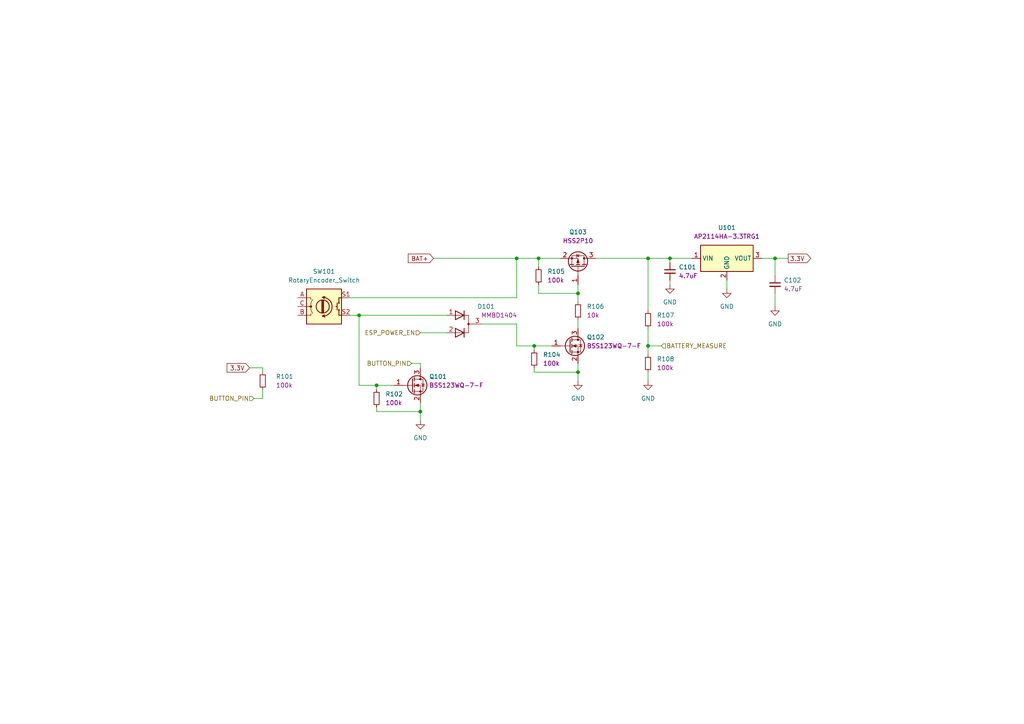
<source format=kicad_sch>
(kicad_sch (version 20211123) (generator eeschema)
  (paper "A4")
  (lib_symbols
    (symbol ".gouach-lib:C_0805_4.7uF_16V_X7R_10%" (pin_numbers hide)
      (property "Reference" "C?" (at 1.905 0 0))
      (property "DisplayValue" "4.7uF" (at 1.905 1.905 0))
      (symbol "C_0805_4.7uF_16V_X7R_10%_0_1"
        (polyline (pts (xy -1.524 -0.508) (xy 1.524 -0.508)) (stroke (width 0.3302)))
        (polyline (pts (xy -1.524 0.508) (xy 1.524 0.508)) (stroke (width 0.3048)))
      )
      (symbol "C_0805_4.7uF_16V_X7R_10%_1_1"
        (pin passive line (at 0 2.54 270) (length 2.032) (name "~") (number "1"))
        (pin passive line (at 0 -2.54 90) (length 2.032) (name "~") (number "2"))
      )
    )
    (symbol ".gouach-lib:D_MMBD1404" (pin_names hide)
      (property "Reference" "D?" (at 0 5.08 0))
      (property "DisplayValue" "MMBD1404" (at 0 -5.08 0))
      (symbol "D_MMBD1404_0_0"
        (polyline (pts (xy -1.27 -1.27) (xy -1.27 -3.81)) (stroke (width 0.254)))
        (polyline (pts (xy -1.27 1.27) (xy -1.27 3.81)) (stroke (width 0.254)))
      )
      (symbol "D_MMBD1404_0_1"
        (polyline (pts (xy 0 0) (xy 1.27 0)))
        (polyline (pts (xy -3.81 -2.54) (xy 0 -2.54) (xy 0 2.54) (xy -3.81 2.54)))
        (polyline (pts (xy -3.81 -1.27) (xy -1.27 -2.54) (xy -3.81 -3.81) (xy -3.81 -1.27) (xy -3.81 -1.27) (xy -3.81 -1.27)) (stroke (width 0.254)))
        (polyline (pts (xy -3.81 3.81) (xy -1.27 2.54) (xy -3.81 1.27) (xy -3.81 3.81) (xy -3.81 3.81) (xy -3.81 3.81)) (stroke (width 0.254)))
        (circle (center 0 0) (radius 0.254) (fill (type outline)))
        (pin passive line (at -6.35 2.54 0) (length 2.54) (name "A1") (number "1"))
        (pin passive line (at -6.35 -2.54 0) (length 2.54) (name "A2") (number "2"))
        (pin passive line (at 3.81 0 180) (length 2.54) (name "K") (number "3"))
      )
    )
    (symbol ".gouach-lib:Q_BSS123WQ-7-F" (pin_names hide)
      (property "Reference" "Q?" (at 5.08 1.905 0))
      (property "DisplayValue" "BSS123WQ-7-F" (at 5.08 0 0))
      (symbol "Q_BSS123WQ-7-F_0_1"
        (polyline (pts (xy 0.254 0) (xy -2.54 0)))
        (polyline (pts (xy 0.254 1.905) (xy 0.254 -1.905)) (stroke (width 0.254)))
        (polyline (pts (xy 0.762 -1.27) (xy 0.762 -2.286)) (stroke (width 0.254)))
        (polyline (pts (xy 0.762 0.508) (xy 0.762 -0.508)) (stroke (width 0.254)))
        (polyline (pts (xy 0.762 2.286) (xy 0.762 1.27)) (stroke (width 0.254)))
        (polyline (pts (xy 2.54 2.54) (xy 2.54 1.778)))
        (polyline (pts (xy 2.54 -2.54) (xy 2.54 0) (xy 0.762 0)))
        (polyline (pts (xy 0.762 -1.778) (xy 3.302 -1.778) (xy 3.302 1.778) (xy 0.762 1.778)))
        (polyline (pts (xy 1.016 0) (xy 2.032 0.381) (xy 2.032 -0.381) (xy 1.016 0)) (fill (type outline)))
        (polyline (pts (xy 2.794 0.508) (xy 2.921 0.381) (xy 3.683 0.381) (xy 3.81 0.254)))
        (polyline (pts (xy 3.302 0.381) (xy 2.921 -0.254) (xy 3.683 -0.254) (xy 3.302 0.381)))
        (circle (center 1.651 0) (radius 2.794) (stroke (width 0.254)))
        (circle (center 2.54 -1.778) (radius 0.254) (fill (type outline)))
        (circle (center 2.54 1.778) (radius 0.254) (fill (type outline)))
      )
      (symbol "Q_BSS123WQ-7-F_1_1"
        (pin input line (at -5.08 0 0) (length 2.54) (name "G") (number "1"))
        (pin passive line (at 2.54 -5.08 90) (length 2.54) (name "S") (number "2"))
        (pin passive line (at 2.54 5.08 270) (length 2.54) (name "D") (number "3"))
      )
    )
    (symbol ".gouach-lib:R_0603_100k_1%_0.1W" (pin_numbers hide)
      (property "Reference" "R?" (at 1.27 0 0))
      (property "DisplayValue" "100k" (at 1.27 1.905 0))
      (symbol "R_0603_100k_1%_0.1W_0_1"
        (rectangle (start -0.762 1.778) (end 0.762 -1.778) (stroke (width 0.2032)))
      )
      (symbol "R_0603_100k_1%_0.1W_1_1"
        (pin passive line (at 0 2.54 270) (length 0.762) (name "~") (number "1"))
        (pin passive line (at 0 -2.54 90) (length 0.762) (name "~") (number "2"))
      )
    )
    (symbol ".gouach-lib:R_0603_10k_1%_0.1W" (pin_numbers hide)
      (property "Reference" "R?" (at 1.27 0 0))
      (property "DisplayValue" "10k" (at 1.27 1.905 0))
      (symbol "R_0603_10k_1%_0.1W_0_1"
        (rectangle (start -0.762 1.778) (end 0.762 -1.778) (stroke (width 0.2032)))
      )
      (symbol "R_0603_10k_1%_0.1W_1_1"
        (pin passive line (at 0 2.54 270) (length 0.762) (name "~") (number "1"))
        (pin passive line (at 0 -2.54 90) (length 0.762) (name "~") (number "2"))
      )
    )
    (symbol ".gouach-lib:U_AP2114HA-3.3TRG1"
      (property "Reference" "U?" (at -7.62 6.985 0))
      (property "DisplayValue" "AP2114HA-3.3TRG1" (at -7.62 5.08 0))
      (symbol "U_AP2114HA-3.3TRG1_0_1"
        (rectangle (start -7.62 3.81) (end 7.62 -3.81) (stroke (width 0.254)) (fill (type background)))
      )
      (symbol "U_AP2114HA-3.3TRG1_1_1"
        (pin power_in line (at -10.16 0 0) (length 2.54) (name "VIN") (number "1"))
        (pin power_in line (at 0 -6.35 90) (length 2.54) (name "GND") (number "2"))
        (pin power_out line (at 10.16 0 180) (length 2.54) (name "VOUT") (number "3"))
      )
    )
    (symbol "Device:RotaryEncoder_Switch" (pin_names (offset 0.254) hide)
      (property "Reference" "SW" (at 0 6.604 0))
      (property "Value" "RotaryEncoder_Switch" (at 0 -6.604 0))
      (symbol "RotaryEncoder_Switch_0_1"
        (rectangle (start -5.08 5.08) (end 5.08 -5.08) (stroke (width 0.254)) (fill (type background)))
        (circle (center -3.81 0) (radius 0.254) (fill (type outline)))
        (arc (start -0.381 -2.794) (mid 2.3622 -0.0508) (end -0.381 2.667) (stroke (width 0.254)))
        (circle (center -0.381 0) (radius 1.905) (stroke (width 0.254)))
        (polyline (pts (xy -0.635 -1.778) (xy -0.635 1.778)) (stroke (width 0.254)))
        (polyline (pts (xy -0.381 -1.778) (xy -0.381 1.778)) (stroke (width 0.254)))
        (polyline (pts (xy -0.127 1.778) (xy -0.127 -1.778)) (stroke (width 0.254)))
        (polyline (pts (xy 3.81 0) (xy 3.429 0)) (stroke (width 0.254)))
        (polyline (pts (xy 3.81 1.016) (xy 3.81 -1.016)) (stroke (width 0.254)))
        (polyline (pts (xy -5.08 -2.54) (xy -3.81 -2.54) (xy -3.81 -2.032)))
        (polyline (pts (xy -5.08 2.54) (xy -3.81 2.54) (xy -3.81 2.032)))
        (polyline (pts (xy 0.254 -3.048) (xy -0.508 -2.794) (xy 0.127 -2.413)) (stroke (width 0.254)))
        (polyline (pts (xy 0.254 2.921) (xy -0.508 2.667) (xy 0.127 2.286)) (stroke (width 0.254)))
        (polyline (pts (xy 5.08 -2.54) (xy 4.318 -2.54) (xy 4.318 -1.016)) (stroke (width 0.254)))
        (polyline (pts (xy 5.08 2.54) (xy 4.318 2.54) (xy 4.318 1.016)) (stroke (width 0.254)))
        (polyline (pts (xy -5.08 0) (xy -3.81 0) (xy -3.81 -1.016) (xy -3.302 -2.032)))
        (polyline (pts (xy -4.318 0) (xy -3.81 0) (xy -3.81 1.016) (xy -3.302 2.032)))
        (circle (center 4.318 -1.016) (radius 0.127) (stroke (width 0.254)))
        (circle (center 4.318 1.016) (radius 0.127) (stroke (width 0.254)))
      )
      (symbol "RotaryEncoder_Switch_1_1"
        (pin passive line (at -7.62 2.54 0) (length 2.54) (name "A") (number "A"))
        (pin passive line (at -7.62 -2.54 0) (length 2.54) (name "B") (number "B"))
        (pin passive line (at -7.62 0 0) (length 2.54) (name "C") (number "C"))
        (pin passive line (at 7.62 2.54 180) (length 2.54) (name "S1") (number "S1"))
        (pin passive line (at 7.62 -2.54 180) (length 2.54) (name "S2") (number "S2"))
      )
    )
    (symbol "Q_HSS2P10_2" (pin_names hide)
      (property "Reference" "Q?" (at 5.08 1.905 0))
      (property "DisplayValue" "HSS2P10" (at 5.08 0 0))
      (symbol "Q_HSS2P10_2_0_1"
        (polyline (pts (xy 0.254 0) (xy -2.54 0)))
        (polyline (pts (xy 0.254 1.905) (xy 0.254 -1.905)) (stroke (width 0.254)))
        (polyline (pts (xy 0.762 -1.27) (xy 0.762 -2.286)) (stroke (width 0.254)))
        (polyline (pts (xy 0.762 0.508) (xy 0.762 -0.508)) (stroke (width 0.254)))
        (polyline (pts (xy 0.762 2.286) (xy 0.762 1.27)) (stroke (width 0.254)))
        (polyline (pts (xy 2.54 2.54) (xy 2.54 1.778)))
        (polyline (pts (xy 2.54 -2.54) (xy 2.54 0) (xy 0.762 0)))
        (polyline (pts (xy 0.762 1.778) (xy 3.302 1.778) (xy 3.302 -1.778) (xy 0.762 -1.778)))
        (polyline (pts (xy 2.286 0) (xy 1.27 0.381) (xy 1.27 -0.381) (xy 2.286 0)) (fill (type outline)))
        (polyline (pts (xy 2.794 -0.508) (xy 2.921 -0.381) (xy 3.683 -0.381) (xy 3.81 -0.254)))
        (polyline (pts (xy 3.302 -0.381) (xy 2.921 0.254) (xy 3.683 0.254) (xy 3.302 -0.381)))
        (circle (center 1.651 0) (radius 2.794) (stroke (width 0.254)))
        (circle (center 2.54 -1.778) (radius 0.254) (fill (type outline)))
        (circle (center 2.54 1.778) (radius 0.254) (fill (type outline)))
      )
      (symbol "Q_HSS2P10_2_1_1"
        (pin passive line (at -5.08 0 0) (length 2.54) (name "G") (number "1"))
        (pin passive line (at 2.54 -5.08 90) (length 2.54) (name "S") (number "2"))
        (pin passive line (at 2.54 5.08 270) (length 2.54) (name "D") (number "3"))
      )
    )
    (symbol "power:GND" (power) (pin_names (offset 0))
      (property "Value" "GND" (at 0 -3.81 0))
      (symbol "GND_0_1"
        (polyline (pts (xy 0 0) (xy 0 -1.27) (xy 1.27 -1.27) (xy 0 -2.54) (xy -1.27 -1.27) (xy 0 -1.27)))
      )
      (symbol "GND_1_1"
        (pin power_in line (at 0 0 270) (length 0) hide (name "GND") (number "1"))
      )
    )
  )
  (junction (at 187.96 100.33))
  (junction (at 149.86 74.93))
  (junction (at 224.79 74.93))
  (junction (at 156.21 74.93))
  (junction (at 194.31 74.93))
  (junction (at 167.64 85.09))
  (junction (at 104.14 91.44))
  (junction (at 154.94 100.33))
  (junction (at 187.96 74.93))
  (junction (at 167.64 107.95))
  (junction (at 121.92 119.38))
  (junction (at 109.22 111.76))
  (wire (pts (xy 121.92 96.52) (xy 129.54 96.52)))
  (wire (pts (xy 139.7 93.98) (xy 149.86 93.98)))
  (wire (pts (xy 156.21 74.93) (xy 156.21 77.47)))
  (wire (pts (xy 167.64 107.95) (xy 167.64 110.49)))
  (wire (pts (xy 119.38 105.41) (xy 121.92 105.41)))
  (wire (pts (xy 76.2 106.68) (xy 76.2 107.95)))
  (wire (pts (xy 101.6 86.36) (xy 149.86 86.36)))
  (wire (pts (xy 121.92 116.84) (xy 121.92 119.38)))
  (wire (pts (xy 109.22 118.11) (xy 109.22 119.38)))
  (wire (pts (xy 194.31 74.93) (xy 200.66 74.93)))
  (wire (pts (xy 187.96 74.93) (xy 187.96 90.17)))
  (wire (pts (xy 109.22 113.03) (xy 109.22 111.76)))
  (wire (pts (xy 167.64 82.55) (xy 167.64 85.09)))
  (wire (pts (xy 187.96 100.33) (xy 187.96 102.87)))
  (wire (pts (xy 73.66 115.57) (xy 76.2 115.57)))
  (wire (pts (xy 154.94 107.95) (xy 167.64 107.95)))
  (wire (pts (xy 104.14 91.44) (xy 129.54 91.44)))
  (wire (pts (xy 104.14 91.44) (xy 104.14 111.76)))
  (wire (pts (xy 194.31 81.28) (xy 194.31 82.55)))
  (wire (pts (xy 194.31 76.2) (xy 194.31 74.93)))
  (wire (pts (xy 167.64 105.41) (xy 167.64 107.95)))
  (wire (pts (xy 109.22 119.38) (xy 121.92 119.38)))
  (wire (pts (xy 156.21 85.09) (xy 167.64 85.09)))
  (wire (pts (xy 154.94 100.33) (xy 160.02 100.33)))
  (wire (pts (xy 72.39 106.68) (xy 76.2 106.68)))
  (wire (pts (xy 125.73 74.93) (xy 149.86 74.93)))
  (wire (pts (xy 149.86 93.98) (xy 149.86 100.33)))
  (wire (pts (xy 149.86 74.93) (xy 156.21 74.93)))
  (wire (pts (xy 187.96 95.25) (xy 187.96 100.33)))
  (wire (pts (xy 121.92 105.41) (xy 121.92 106.68)))
  (wire (pts (xy 167.64 85.09) (xy 167.64 87.63)))
  (wire (pts (xy 104.14 111.76) (xy 109.22 111.76)))
  (wire (pts (xy 187.96 107.95) (xy 187.96 110.49)))
  (wire (pts (xy 167.64 92.71) (xy 167.64 95.25)))
  (wire (pts (xy 187.96 74.93) (xy 194.31 74.93)))
  (wire (pts (xy 156.21 74.93) (xy 162.56 74.93)))
  (wire (pts (xy 224.79 74.93) (xy 224.79 80.01)))
  (wire (pts (xy 187.96 100.33) (xy 191.77 100.33)))
  (wire (pts (xy 156.21 82.55) (xy 156.21 85.09)))
  (wire (pts (xy 154.94 106.68) (xy 154.94 107.95)))
  (wire (pts (xy 220.98 74.93) (xy 224.79 74.93)))
  (wire (pts (xy 224.79 85.09) (xy 224.79 88.9)))
  (wire (pts (xy 210.82 81.28) (xy 210.82 83.82)))
  (wire (pts (xy 121.92 119.38) (xy 121.92 121.92)))
  (wire (pts (xy 154.94 101.6) (xy 154.94 100.33)))
  (wire (pts (xy 76.2 115.57) (xy 76.2 113.03)))
  (wire (pts (xy 149.86 100.33) (xy 154.94 100.33)))
  (wire (pts (xy 149.86 74.93) (xy 149.86 86.36)))
  (wire (pts (xy 109.22 111.76) (xy 114.3 111.76)))
  (wire (pts (xy 224.79 74.93) (xy 228.6 74.93)))
  (wire (pts (xy 172.72 74.93) (xy 187.96 74.93)))
  (wire (pts (xy 101.6 91.44) (xy 104.14 91.44)))
  (global_label "3.3V" (shape input) (at 72.39 106.68 180) (property "Intersheet References" "${INTERSHEET_REFS}" (effects hide)))
  (global_label "3.3V" (shape output) (at 228.6 74.93 0) (property "Intersheet References" "${INTERSHEET_REFS}" (effects hide)))
  (global_label "BAT+" (shape input) (at 125.73 74.93 180) (property "Intersheet References" "${INTERSHEET_REFS}" (effects hide)))
  (hierarchical_label "BUTTON_PIN" (shape input) (at 73.66 115.57 180))
  (hierarchical_label "ESP_POWER_EN" (shape input) (at 121.92 96.52 180))
  (hierarchical_label "BATTERY_MEASURE" (shape input) (at 191.77 100.33 0))
  (hierarchical_label "BUTTON_PIN" (shape input) (at 119.38 105.41 180))
  (symbol (lib_id ".gouach-lib:R_0603_100k_1%_0.1W") (at 187.96 92.71 0) (unit 1)
    (property "Reference" "R107" (at 190.5 91.4399 0) (effects (justify left)))
    (property "Value" "R_0603_100k_1%_0.1W" (effects hide))
    (property "Footprint" ".gouach-lib:R_0603_1608Metric" (effects hide))
    (property "Datasheet" "http://127.0.0.1" (effects hide))
    (property "DisplayValue" "100k" (at 190.5 93.98 0) (effects (justify left)))
    (property "CMP_ID" "50" (effects hide))
    (property "Category" "RESISTOR" (effects hide))
    (property "Family" "THICK FILM" (effects hide))
    (property "_Created" "GCE 2022-05-12" (effects hide))
    (property "_Checked" "JCN 2022-05-18" (effects hide))
    (property "_Confirmed" "_Confirmed" (effects hide))
    (property "Mount" "SMD" (effects hide))
    (property "Package" "R0603" (effects hide))
    (property "TempMin_C" "-55C" (effects hide))
    (property "TempMax_C" "+155C" (effects hide))
    (property "Automotive" "Y" (effects hide))
    (property "MaxHeight_mm" "0.55mm" (effects hide))
    (property "Tolerance" "1%" (effects hide))
    (property "Power_W" "0.1W" (effects hide))
  )
  (symbol (lib_id ".gouach-lib:R_0603_100k_1%_0.1W") (at 76.2 110.49 180) (unit 1)
    (property "Reference" "R101" (at 80.01 109.2199 0) (effects (justify right)))
    (property "Value" "R_0603_100k_1%_0.1W" (effects hide))
    (property "Footprint" ".gouach-lib:R_0603_1608Metric" (effects hide))
    (property "Datasheet" "http://127.0.0.1" (effects hide))
    (property "DisplayValue" "100k" (at 80.01 111.7599 0) (effects (justify right)))
    (property "CMP_ID" "50" (effects hide))
    (property "Category" "RESISTOR" (effects hide))
    (property "Family" "THICK FILM" (effects hide))
    (property "_Created" "GCE 2022-05-12" (effects hide))
    (property "_Checked" "JCN 2022-05-18" (effects hide))
    (property "_Confirmed" "_Confirmed" (effects hide))
    (property "Mount" "SMD" (effects hide))
    (property "Package" "R0603" (effects hide))
    (property "TempMin_C" "-55C" (effects hide))
    (property "TempMax_C" "+155C" (effects hide))
    (property "Automotive" "Y" (effects hide))
    (property "MaxHeight_mm" "0.55mm" (effects hide))
    (property "Tolerance" "1%" (effects hide))
    (property "Power_W" "0.1W" (effects hide))
  )
  (symbol (lib_id ".gouach-lib:R_0603_100k_1%_0.1W") (at 154.94 104.14 0) (unit 1)
    (property "Reference" "R104" (at 157.48 102.8699 0) (effects (justify left)))
    (property "Value" "R_0603_100k_1%_0.1W" (effects hide))
    (property "Footprint" ".gouach-lib:R_0603_1608Metric" (effects hide))
    (property "Datasheet" "http://127.0.0.1" (effects hide))
    (property "DisplayValue" "100k" (at 157.48 105.4099 0) (effects (justify left)))
    (property "CMP_ID" "50" (effects hide))
    (property "Category" "RESISTOR" (effects hide))
    (property "Family" "THICK FILM" (effects hide))
    (property "_Created" "GCE 2022-05-12" (effects hide))
    (property "_Checked" "JCN 2022-05-18" (effects hide))
    (property "_Confirmed" "_Confirmed" (effects hide))
    (property "Mount" "SMD" (effects hide))
    (property "Package" "R0603" (effects hide))
    (property "TempMin_C" "-55C" (effects hide))
    (property "TempMax_C" "+155C" (effects hide))
    (property "Automotive" "Y" (effects hide))
    (property "MaxHeight_mm" "0.55mm" (effects hide))
    (property "Tolerance" "1%" (effects hide))
    (property "Power_W" "0.1W" (effects hide))
  )
  (symbol (lib_id ".gouach-lib:Q_BSS123WQ-7-F") (at 119.38 111.76 0) (unit 1)
    (property "Reference" "Q101" (at 124.46 109.22 0) (effects (justify left)))
    (property "Value" "Q_BSS123WQ-7-F" (effects hide))
    (property "Footprint" ".gouach-lib:SOT-323_SC-70_DIODES_INC" (effects hide))
    (property "Datasheet" "https://www.diodes.com/assets/Datasheets/BSS123WQ.pdf" (effects hide))
    (property "Manufacturer" "DIODES INCORPORATED" (effects hide))
    (property "MPN" "BSS123WQ-7-F" (effects hide))
    (property "DisplayValue" "BSS123WQ-7-F" (at 124.46 111.76 0) (effects (justify left)))
    (property "CMP_ID" "40" (effects hide))
    (property "Category" "TRANSISTOR" (effects hide))
    (property "Family" "MOSFET" (effects hide))
    (property "_Created" "CCN 2022-05-13" (effects hide))
    (property "_Checked" "LTT 2022-05-21" (effects hide))
    (property "Mount" "SMD" (effects hide))
    (property "Package" "SOT-323" (effects hide))
    (property "TempMin_C" "-55°C" (effects hide))
    (property "TempMax_C" "150°C" (effects hide))
    (property "Automotive" "N" (effects hide))
    (property "Power_W" "200mW" (effects hide))
    (property "Vds_V" "100V" (effects hide))
    (property "Id_A" "170mA" (effects hide))
    (property "RdsTyp" "6R" (effects hide))
    (property "RdsMax" "10R" (effects hide))
  )
  (symbol (lib_id "power:GND") (at 121.92 121.92 0) (unit 1)
    (property "Reference" "#PWR0106" (effects hide))
    (property "Value" "GND" (at 121.92 127 0))
  )
  (symbol (lib_name "Q_HSS2P10_2") (lib_id ".gouach-lib:Q_HSS2P10") (at 167.64 77.47 270) (mirror x) (unit 1)
    (property "Reference" "Q103" (at 167.64 67.31 90))
    (property "Value" "Q_HSS2P10" (effects hide))
    (property "Footprint" ".gouach-lib:SOT-23-3_DIODES_INCORPORATED" (effects hide))
    (property "Datasheet" "https://datasheet.lcsc.com/lcsc/2010160905_HUASHUO-HSS2P10_C845592.pdf" (effects hide))
    (property "Manufacturer" "HUASHUO" (effects hide))
    (property "MPN" "HSS2P10" (effects hide))
    (property "DisplayValue" "HSS2P10" (at 167.64 69.85 90))
    (property "CMP_ID" "218" (effects hide))
    (property "Category" "TRANSISTOR" (effects hide))
    (property "Family" "PMOS" (effects hide))
    (property "_Created" "LTT 2022-07-22" (effects hide))
    (property "Mount" "SMD" (effects hide))
    (property "Package" "SOT-23L" (effects hide))
    (property "TempMin_C" "-55°C" (effects hide))
    (property "TempMax_C" "150°C" (effects hide))
    (property "Automotive" "N" (effects hide))
    (property "MaxHeight_mm" "1.25mm" (effects hide))
    (property "Vds_V" "100V" (effects hide))
    (property "Id_A" "2A" (effects hide))
    (property "RdsTyp" "255mOhm" (effects hide))
    (property "RdsMax" "320mOhm" (effects hide))
  )
  (symbol (lib_id "power:GND") (at 194.31 82.55 0) (unit 1)
    (property "Reference" "#PWR0102" (effects hide))
    (property "Value" "GND" (at 194.31 87.63 0))
  )
  (symbol (lib_id ".gouach-lib:D_MMBD1404") (at 135.89 93.98 0) (unit 1)
    (property "Reference" "D101" (at 140.97 88.9 0))
    (property "Value" "D_MMBD1404" (effects hide))
    (property "Footprint" ".gouach-lib:SOT-23_ONSEMI" (effects hide))
    (property "Datasheet" "https://www.mouser.com/datasheet/2/149/MMBD1405-196260.pdf" (effects hide))
    (property "Manufacturer" "ONSEMI" (effects hide))
    (property "MPN" "MMBD1404" (effects hide))
    (property "DisplayValue" "MMBD1404" (at 144.78 91.44 0))
    (property "CMP_ID" "20" (effects hide))
    (property "Category" "DIODE" (effects hide))
    (property "Family" "SMALL SIGNAL" (effects hide))
    (property "_Created" "JCN 2022-05-13" (effects hide))
    (property "_Checked" "LTT 2022-05-21" (effects hide))
    (property "Mount" "SMD" (effects hide))
    (property "Package" "SOT-23" (effects hide))
    (property "TempMin_C" "-65°C" (effects hide))
    (property "TempMax_C" "150°C" (effects hide))
    (property "Automotive" "Y" (effects hide))
    (property "MaxHeight_mm" "1.2mm" (effects hide))
  )
  (symbol (lib_id "power:GND") (at 187.96 110.49 0) (unit 1)
    (property "Reference" "#PWR0103" (effects hide))
    (property "Value" "GND" (at 187.96 115.57 0))
  )
  (symbol (lib_id ".gouach-lib:C_0805_4.7uF_16V_X7R_10%") (at 224.79 82.55 0) (unit 1)
    (property "Reference" "C102" (at 227.33 81.2862 0) (effects (justify left)))
    (property "Value" "C_0805_4.7uF_16V_X7R_10%" (effects hide))
    (property "Footprint" ".gouach-lib:C_0805_1608Metric" (effects hide))
    (property "DisplayValue" "4.7uF" (at 227.33 83.8262 0) (effects (justify left)))
    (property "CMP_ID" "194" (effects hide))
    (property "Category" "CAPACITOR" (effects hide))
    (property "Family" "MLCC" (effects hide))
    (property "_Created" "GCE 2022-05-24" (effects hide))
    (property "_Checked" "LTT 2022-06_30" (effects hide))
    (property "Mount" "SMD" (effects hide))
    (property "Package" "C0805" (effects hide))
    (property "TempMin_C" "-55°C" (effects hide))
    (property "TempMax_C" "+125°C" (effects hide))
    (property "Automotive" "N" (effects hide))
    (property "MaxHeight_mm" "1.40" (effects hide))
    (property "Voltage" "16V" (effects hide))
    (property "Dielectric" "X7R" (effects hide))
    (property "Tolerance" "10%" (effects hide))
  )
  (symbol (lib_id ".gouach-lib:U_AP2114HA-3.3TRG1") (at 210.82 74.93 0) (unit 1)
    (property "Reference" "U101" (at 210.82 66.04 0))
    (property "Value" "U_AP2114HA-3.3TRG1" (effects hide))
    (property "Footprint" ".gouach-lib:SOT-223-3_TABPIN2_DIODES_INC" (effects hide))
    (property "Datasheet" "https://www.diodes.com/assets/Datasheets/AP2114.pdf" (effects hide))
    (property "DisplayValue" "AP2114HA-3.3TRG1" (at 210.82 68.58 0))
    (property "CMP_ID" "39" (effects hide))
    (property "Category" "IC" (effects hide))
    (property "Family" "LDO" (effects hide))
    (property "_Created" "MAR 2022-05-12" (effects hide))
    (property "_Checked" "JCN 2022-05-18" (effects hide))
    (property "Mount" "SMD" (effects hide))
    (property "Package" "SOT223" (effects hide))
    (property "TempMin_C" "-40°C" (effects hide))
    (property "TempMax_C" "85°C" (effects hide))
    (property "Automotive" "N" (effects hide))
    (property "MaxHeight_mm" "1.8mm" (effects hide))
    (property "Manufacturer" "DIODES INCORPORATED" (effects hide))
    (property "MPN" "AP2114HA-3.3TRG1" (effects hide))
  )
  (symbol (lib_id ".gouach-lib:Q_BSS123WQ-7-F") (at 165.1 100.33 0) (unit 1)
    (property "Reference" "Q102" (at 170.18 97.79 0) (effects (justify left)))
    (property "Value" "Q_BSS123WQ-7-F" (effects hide))
    (property "Footprint" ".gouach-lib:SOT-323_SC-70_DIODES_INC" (effects hide))
    (property "Datasheet" "https://www.diodes.com/assets/Datasheets/BSS123WQ.pdf" (effects hide))
    (property "Manufacturer" "DIODES INCORPORATED" (effects hide))
    (property "MPN" "BSS123WQ-7-F" (effects hide))
    (property "DisplayValue" "BSS123WQ-7-F" (at 170.18 100.33 0) (effects (justify left)))
    (property "CMP_ID" "40" (effects hide))
    (property "Category" "TRANSISTOR" (effects hide))
    (property "Family" "MOSFET" (effects hide))
    (property "_Created" "CCN 2022-05-13" (effects hide))
    (property "_Checked" "LTT 2022-05-21" (effects hide))
    (property "Mount" "SMD" (effects hide))
    (property "Package" "SOT-323" (effects hide))
    (property "TempMin_C" "-55°C" (effects hide))
    (property "TempMax_C" "150°C" (effects hide))
    (property "Automotive" "N" (effects hide))
    (property "Power_W" "200mW" (effects hide))
    (property "Vds_V" "100V" (effects hide))
    (property "Id_A" "170mA" (effects hide))
    (property "RdsTyp" "6R" (effects hide))
    (property "RdsMax" "10R" (effects hide))
  )
  (symbol (lib_id "power:GND") (at 210.82 83.82 0) (unit 1)
    (property "Reference" "#PWR0101" (effects hide))
    (property "Value" "GND" (at 210.82 88.9 0))
  )
  (symbol (lib_id "power:GND") (at 167.64 110.49 0) (unit 1)
    (property "Reference" "#PWR0105" (effects hide))
    (property "Value" "GND" (at 167.64 115.57 0))
  )
  (symbol (lib_id "Device:RotaryEncoder_Switch") (at 93.98 88.9 0) (unit 1)
    (property "Reference" "SW101" (at 93.98 78.74 0))
    (property "Value" "RotaryEncoder_Switch" (at 93.98 81.28 0))
  )
  (symbol (lib_id ".gouach-lib:R_0603_10k_1%_0.1W") (at 167.64 90.17 0) (unit 1)
    (property "Reference" "R106" (at 170.18 88.8999 0) (effects (justify left)))
    (property "Value" "R_0603_10k_1%_0.1W" (effects hide))
    (property "Footprint" ".gouach-lib:R_0603_1608Metric" (effects hide))
    (property "Datasheet" "http://127.0.0.1" (effects hide))
    (property "DisplayValue" "10k" (at 170.18 91.4399 0) (effects (justify left)))
    (property "CMP_ID" "47" (effects hide))
    (property "Category" "RESISTOR" (effects hide))
    (property "Family" "THICK FILM" (effects hide))
    (property "_Created" "GCE 2022-05-12" (effects hide))
    (property "_Checked" "JCN 2022-05-18" (effects hide))
    (property "Mount" "SMD" (effects hide))
    (property "Package" "R0603" (effects hide))
    (property "TempMin_C" "-55°C" (effects hide))
    (property "TempMax_C" "155°C" (effects hide))
    (property "Automotive" "Y" (effects hide))
    (property "MaxHeight_mm" "0.55mm" (effects hide))
    (property "Tolerance" "1%" (effects hide))
    (property "Power_W" "0.1W" (effects hide))
  )
  (symbol (lib_id ".gouach-lib:R_0603_100k_1%_0.1W") (at 109.22 115.57 0) (unit 1)
    (property "Reference" "R102" (at 111.76 114.2999 0) (effects (justify left)))
    (property "Value" "R_0603_100k_1%_0.1W" (effects hide))
    (property "Footprint" ".gouach-lib:R_0603_1608Metric" (effects hide))
    (property "Datasheet" "http://127.0.0.1" (effects hide))
    (property "DisplayValue" "100k" (at 111.76 116.8399 0) (effects (justify left)))
    (property "CMP_ID" "50" (effects hide))
    (property "Category" "RESISTOR" (effects hide))
    (property "Family" "THICK FILM" (effects hide))
    (property "_Created" "GCE 2022-05-12" (effects hide))
    (property "_Checked" "JCN 2022-05-18" (effects hide))
    (property "_Confirmed" "_Confirmed" (effects hide))
    (property "Mount" "SMD" (effects hide))
    (property "Package" "R0603" (effects hide))
    (property "TempMin_C" "-55C" (effects hide))
    (property "TempMax_C" "+155C" (effects hide))
    (property "Automotive" "Y" (effects hide))
    (property "MaxHeight_mm" "0.55mm" (effects hide))
    (property "Tolerance" "1%" (effects hide))
    (property "Power_W" "0.1W" (effects hide))
  )
  (symbol (lib_id ".gouach-lib:R_0603_100k_1%_0.1W") (at 187.96 105.41 0) (unit 1)
    (property "Reference" "R108" (at 190.5 104.1399 0) (effects (justify left)))
    (property "Value" "R_0603_100k_1%_0.1W" (effects hide))
    (property "Footprint" ".gouach-lib:R_0603_1608Metric" (effects hide))
    (property "Datasheet" "http://127.0.0.1" (effects hide))
    (property "DisplayValue" "100k" (at 190.5 106.6799 0) (effects (justify left)))
    (property "CMP_ID" "50" (effects hide))
    (property "Category" "RESISTOR" (effects hide))
    (property "Family" "THICK FILM" (effects hide))
    (property "_Created" "GCE 2022-05-12" (effects hide))
    (property "_Checked" "JCN 2022-05-18" (effects hide))
    (property "_Confirmed" "_Confirmed" (effects hide))
    (property "Mount" "SMD" (effects hide))
    (property "Package" "R0603" (effects hide))
    (property "TempMin_C" "-55C" (effects hide))
    (property "TempMax_C" "+155C" (effects hide))
    (property "Automotive" "Y" (effects hide))
    (property "MaxHeight_mm" "0.55mm" (effects hide))
    (property "Tolerance" "1%" (effects hide))
    (property "Power_W" "0.1W" (effects hide))
  )
  (symbol (lib_id ".gouach-lib:C_0805_4.7uF_16V_X7R_10%") (at 194.31 78.74 0) (unit 1)
    (property "Reference" "C101" (at 196.85 77.4762 0) (effects (justify left)))
    (property "Value" "C_0805_4.7uF_16V_X7R_10%" (effects hide))
    (property "Footprint" ".gouach-lib:C_0805_1608Metric" (effects hide))
    (property "DisplayValue" "4.7uF" (at 196.85 80.0162 0) (effects (justify left)))
    (property "CMP_ID" "194" (effects hide))
    (property "Category" "CAPACITOR" (effects hide))
    (property "Family" "MLCC" (effects hide))
    (property "_Created" "GCE 2022-05-24" (effects hide))
    (property "_Checked" "LTT 2022-06_30" (effects hide))
    (property "Mount" "SMD" (effects hide))
    (property "Package" "C0805" (effects hide))
    (property "TempMin_C" "-55°C" (effects hide))
    (property "TempMax_C" "+125°C" (effects hide))
    (property "Automotive" "N" (effects hide))
    (property "MaxHeight_mm" "1.40" (effects hide))
    (property "Voltage" "16V" (effects hide))
    (property "Dielectric" "X7R" (effects hide))
    (property "Tolerance" "10%" (effects hide))
  )
  (symbol (lib_id ".gouach-lib:R_0603_100k_1%_0.1W") (at 156.21 80.01 0) (unit 1)
    (property "Reference" "R105" (at 158.75 78.7399 0) (effects (justify left)))
    (property "Value" "R_0603_100k_1%_0.1W" (effects hide))
    (property "Footprint" ".gouach-lib:R_0603_1608Metric" (effects hide))
    (property "Datasheet" "http://127.0.0.1" (effects hide))
    (property "DisplayValue" "100k" (at 158.75 81.2799 0) (effects (justify left)))
    (property "CMP_ID" "50" (effects hide))
    (property "Category" "RESISTOR" (effects hide))
    (property "Family" "THICK FILM" (effects hide))
    (property "_Created" "GCE 2022-05-12" (effects hide))
    (property "_Checked" "JCN 2022-05-18" (effects hide))
    (property "_Confirmed" "_Confirmed" (effects hide))
    (property "Mount" "SMD" (effects hide))
    (property "Package" "R0603" (effects hide))
    (property "TempMin_C" "-55C" (effects hide))
    (property "TempMax_C" "+155C" (effects hide))
    (property "Automotive" "Y" (effects hide))
    (property "MaxHeight_mm" "0.55mm" (effects hide))
    (property "Tolerance" "1%" (effects hide))
    (property "Power_W" "0.1W" (effects hide))
  )
  (symbol (lib_id "power:GND") (at 224.79 88.9 0) (unit 1)
    (property "Reference" "#PWR0104" (effects hide))
    (property "Value" "GND" (at 224.79 93.98 0))
  )
)
</source>
